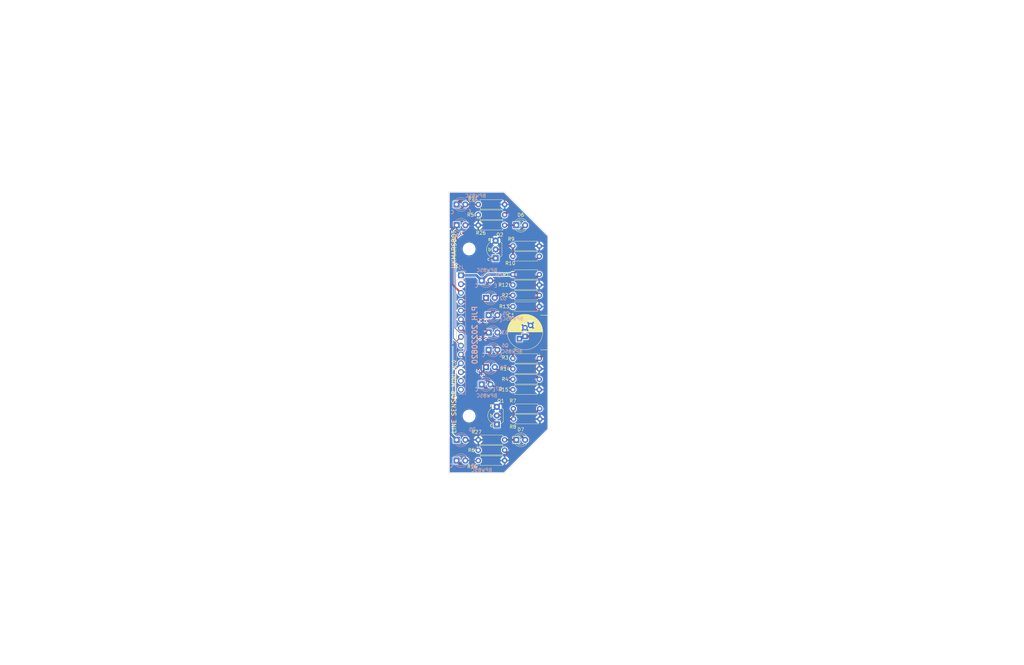
<source format=kicad_pcb>
(kicad_pcb (version 20211014) (generator pcbnew)
  (title_block (title "UKMARSBOT Template") (date "2022-08-19"))
  (layers (0 "F.Cu" signal) (31 "B.Cu" signal) (34 "B.Paste" user) (35 "F.Paste" user) (36 "B.SilkS" user "B.Silkscreen") (37 "F.SilkS" user "F.Silkscreen") (38 "B.Mask" user) (39 "F.Mask" user) (44 "Edge.Cuts" user))
  (net 0 "")
  (net 1 "GND")
  (net 2 "Net-(D1-Pad2)")
  (net 3 "Net-(D2-Pad2)")
  (net 4 "Net-(D3-Pad2)")
  (net 5 "5V")
  (net 6 "D6_LED_RIGHT")
  (net 7 "D12_EMITTERS")
  (net 8 "D11_LED_LEFT")
  (net 9 "A5_LEFT_MARKER")
  (net 10 "A4_LINE_4")
  (net 11 "Net-(Q1-Pad2)")
  (net 12 "/sensor_emitters")
  (net 13 "/marker_emitters")
  (net 15 "A3_LINE_3")
  (net 16 "A2_LINE_2")
  (net 17 "A1_LINE_1")
  (net 18 "A0_START_MARKER")
  (net 19 "Net-(D4-Pad2)")
  (net 21 "/5V_EMITTERS")
  (net 22 "Net-(D5-Pad2)")
  (net 23 "Net-(D6-Pad1)")
  (net 24 "Net-(D7-Pad1)")
  (net 25 "Net-(Q2-Pad2)")
  (footprint "ukmarsbot:TO-92_Inline_Wide_HandSolder" (layer "F.Cu") (at 152.36 131.54 90)
    (fp_text reference "Q1" (at 6.79 1.14 180) (layer "F.SilkS"))
    (fp_text value "BC337")
    (pad "1" thru_hole rect (at 0 0 90) (size 1.8 1.8) (drill 0.8) (layers *.Cu *.Mask) (net 12 "/sensor_emitters"))
    (pad "2" thru_hole circle (at 2.54 0 90) (size 1.8 1.8) (drill 0.8) (layers *.Cu *.Mask) (net 11 "Net-(Q1-Pad2)"))
    (pad "3" thru_hole circle (at 5.08 0 90) (size 1.8 1.8) (drill 0.8) (layers *.Cu *.Mask) (net 1 "GND"))
  )
  (footprint "Resistor_THT:R_Axial_DIN0207_L6.3mm_D2.5mm_P7.62mm_Horizontal" (layer "F.Cu") (at 164.62 112.5 180)
    (fp_text reference "R3" (at 9.87 0.25) (layer "F.SilkS"))
    (fp_text value "68R")
    (pad "1" thru_hole circle (at 0 0 180) (size 1.6 1.6) (drill 0.8) (layers *.Cu *.Mask) (net 21 "/5V_EMITTERS"))
    (pad "2" thru_hole oval (at 7.62 0 180) (size 1.6 1.6) (drill 0.8) (layers *.Cu *.Mask) (net 4 "Net-(D3-Pad2)"))
  )
  (footprint "Resistor_THT:R_Axial_DIN0207_L6.3mm_D2.5mm_P7.62mm_Horizontal" (layer "F.Cu") (at 157 115.5)
    (fp_text reference "R14" (at -2.25 0) (layer "F.SilkS"))
    (fp_text value "2k0")
    (pad "1" thru_hole circle (at 0 0) (size 1.6 1.6) (drill 0.8) (layers *.Cu *.Mask) (net 16 "A2_LINE_2"))
    (pad "2" thru_hole oval (at 7.62 0) (size 1.6 1.6) (drill 0.8) (layers *.Cu *.Mask) (net 1 "GND"))
  )
  (footprint "Resistor_THT:R_Axial_DIN0207_L6.3mm_D2.5mm_P7.62mm_Horizontal" (layer "F.Cu") (at 157 97.5)
    (fp_text reference "R13" (at -2.5 0) (layer "F.SilkS"))
    (fp_text value "2k0")
    (pad "1" thru_hole circle (at 0 0) (size 1.6 1.6) (drill 0.8) (layers *.Cu *.Mask) (net 15 "A3_LINE_3"))
    (pad "2" thru_hole oval (at 7.62 0) (size 1.6 1.6) (drill 0.8) (layers *.Cu *.Mask) (net 1 "GND"))
  )
  (footprint "Resistor_THT:R_Axial_DIN0207_L6.3mm_D2.5mm_P7.62mm_Horizontal" (layer "F.Cu") (at 157 91.25)
    (fp_text reference "R12" (at -2.75 0) (layer "F.SilkS"))
    (fp_text value "2k0")
    (pad "1" thru_hole circle (at 0 0) (size 1.6 1.6) (drill 0.8) (layers *.Cu *.Mask) (net 10 "A4_LINE_4"))
    (pad "2" thru_hole oval (at 7.62 0) (size 1.6 1.6) (drill 0.8) (layers *.Cu *.Mask) (net 1 "GND"))
  )
  (footprint "Resistor_THT:R_Axial_DIN0207_L6.3mm_D2.5mm_P7.62mm_Horizontal" (layer "F.Cu") (at 157 94.25)
    (fp_text reference "R2" (at -2.25 0) (layer "F.SilkS"))
    (fp_text value "68R")
    (pad "1" thru_hole circle (at 0 0) (size 1.6 1.6) (drill 0.8) (layers *.Cu *.Mask) (net 3 "Net-(D2-Pad2)"))
    (pad "2" thru_hole oval (at 7.62 0) (size 1.6 1.6) (drill 0.8) (layers *.Cu *.Mask) (net 21 "/5V_EMITTERS"))
  )
  (footprint "Resistor_THT:R_Axial_DIN0207_L6.3mm_D2.5mm_P7.62mm_Horizontal" (layer "F.Cu") (at 147 142)
    (fp_text reference "R16" (at -1.75 1.75) (layer "F.SilkS"))
    (fp_text value "2k0")
    (pad "1" thru_hole circle (at 0 0) (size 1.6 1.6) (drill 0.8) (layers *.Cu *.Mask) (net 18 "A0_START_MARKER"))
    (pad "2" thru_hole oval (at 7.62 0) (size 1.6 1.6) (drill 0.8) (layers *.Cu *.Mask) (net 1 "GND"))
  )
  (footprint "Resistor_THT:R_Axial_DIN0207_L6.3mm_D2.5mm_P7.62mm_Horizontal" (layer "F.Cu") (at 157 118.5)
    (fp_text reference "R4" (at -2.25 0) (layer "F.SilkS"))
    (fp_text value "68R")
    (pad "1" thru_hole circle (at 0 0) (size 1.6 1.6) (drill 0.8) (layers *.Cu *.Mask) (net 19 "Net-(D4-Pad2)"))
    (pad "2" thru_hole oval (at 7.62 0) (size 1.6 1.6) (drill 0.8) (layers *.Cu *.Mask) (net 21 "/5V_EMITTERS"))
  )
  (footprint "MountingHole:MountingHole_3.2mm_M3" (layer "F.Cu") (at 144.37 129.13)
    (fp_text reference "H1" hide)
    (fp_text value "MountingHole" hide)
    (pad "" np_thru_hole circle (at 0 0) (size 3.2 3.2) (drill 3.2) (layers *.Cu *.Mask))
  )
  (footprint "LED_THT:LED_D3.0mm" (layer "F.Cu") (at 158 136)
    (fp_text reference "D7" (at 1.27 -2.96) (layer "F.SilkS"))
    (fp_text value "LED")
    (pad "1" thru_hole rect (at 0 0) (size 1.8 1.8) (drill 0.9) (layers *.Cu *.Mask) (net 24 "Net-(D7-Pad1)"))
    (pad "2" thru_hole circle (at 2.54 0) (size 1.8 1.8) (drill 0.9) (layers *.Cu *.Mask) (net 6 "D6_LED_RIGHT"))
  )
  (footprint "Resistor_THT:R_Axial_DIN0207_L6.3mm_D2.5mm_P7.62mm_Horizontal" (layer "F.Cu") (at 147 71)
    (fp_text reference "R5" (at -2.25 0 180) (layer "F.SilkS"))
    (fp_text value "68R")
    (pad "1" thru_hole circle (at 0 0) (size 1.6 1.6) (drill 0.8) (layers *.Cu *.Mask) (net 2 "Net-(D1-Pad2)"))
    (pad "2" thru_hole oval (at 7.62 0) (size 1.6 1.6) (drill 0.8) (layers *.Cu *.Mask) (net 5 "5V"))
  )
  (footprint "Resistor_THT:R_Axial_DIN0207_L6.3mm_D2.5mm_P7.62mm_Horizontal" (layer "F.Cu") (at 164.75 127 180)
    (fp_text reference "R7" (at 7.75 2.25) (layer "F.SilkS"))
    (fp_text value "390")
    (pad "1" thru_hole circle (at 0 0 180) (size 1.6 1.6) (drill 0.8) (layers *.Cu *.Mask) (net 7 "D12_EMITTERS"))
    (pad "2" thru_hole oval (at 7.62 0 180) (size 1.6 1.6) (drill 0.8) (layers *.Cu *.Mask) (net 11 "Net-(Q1-Pad2)"))
  )
  (footprint "Resistor_THT:R_Axial_DIN0207_L6.3mm_D2.5mm_P7.62mm_Horizontal" (layer "F.Cu") (at 154.61 136 180)
    (fp_text reference "R27" (at 8.11 2.25) (layer "F.SilkS"))
    (fp_text value "2k0")
    (pad "1" thru_hole circle (at 0 0 180) (size 1.6 1.6) (drill 0.8) (layers *.Cu *.Mask) (net 24 "Net-(D7-Pad1)"))
    (pad "2" thru_hole oval (at 7.62 0 180) (size 1.6 1.6) (drill 0.8) (layers *.Cu *.Mask) (net 1 "GND"))
  )
  (footprint "LED_THT:LED_D3.0mm" (layer "F.Cu") (at 158 74)
    (fp_text reference "D6" (at 1.27 -2.96) (layer "F.SilkS"))
    (fp_text value "LED")
    (pad "1" thru_hole rect (at 0 0) (size 1.8 1.8) (drill 0.9) (layers *.Cu *.Mask) (net 23 "Net-(D6-Pad1)"))
    (pad "2" thru_hole circle (at 2.54 0) (size 1.8 1.8) (drill 0.9) (layers *.Cu *.Mask) (net 8 "D11_LED_LEFT"))
  )
  (footprint "ukmarsbot:TO-92_Inline_Wide_HandSolder" (layer "F.Cu") (at 152 83.54 90)
    (fp_text reference "Q2" (at 6.79 1.25 180) (layer "F.SilkS"))
    (fp_text value "BC337")
    (pad "1" thru_hole rect (at 0 0 90) (size 1.8 1.8) (drill 0.8) (layers *.Cu *.Mask) (net 13 "/marker_emitters"))
    (pad "2" thru_hole circle (at 2.54 0 90) (size 1.8 1.8) (drill 0.8) (layers *.Cu *.Mask) (net 25 "Net-(Q2-Pad2)"))
    (pad "3" thru_hole circle (at 5.08 0 90) (size 1.8 1.8) (drill 0.8) (layers *.Cu *.Mask) (net 1 "GND"))
  )
  (footprint "Resistor_THT:R_Axial_DIN0207_L6.3mm_D2.5mm_P7.62mm_Horizontal" (layer "F.Cu") (at 147 68)
    (fp_text reference "R11" (at -1.5 -1.75) (layer "F.SilkS"))
    (fp_text value "2k0")
    (pad "1" thru_hole circle (at 0 0) (size 1.6 1.6) (drill 0.8) (layers *.Cu *.Mask) (net 9 "A5_LEFT_MARKER"))
    (pad "2" thru_hole oval (at 7.62 0) (size 1.6 1.6) (drill 0.8) (layers *.Cu *.Mask) (net 1 "GND"))
  )
  (footprint "Resistor_THT:R_Axial_DIN0207_L6.3mm_D2.5mm_P7.62mm_Horizontal" (layer "F.Cu") (at 157 121.5)
    (fp_text reference "R15" (at -2.75 0) (layer "F.SilkS"))
    (fp_text value "2k0")
    (pad "1" thru_hole circle (at 0 0) (size 1.6 1.6) (drill 0.8) (layers *.Cu *.Mask) (net 17 "A1_LINE_1"))
    (pad "2" thru_hole oval (at 7.62 0) (size 1.6 1.6) (drill 0.8) (layers *.Cu *.Mask) (net 1 "GND"))
  )
  (footprint "Resistor_THT:R_Axial_DIN0207_L6.3mm_D2.5mm_P7.62mm_Horizontal" (layer "F.Cu") (at 154.62 139 180)
    (fp_text reference "R6" (at 9.62 0) (layer "F.SilkS"))
    (fp_text value "68R")
    (pad "1" thru_hole circle (at 0 0 180) (size 1.6 1.6) (drill 0.8) (layers *.Cu *.Mask) (net 5 "5V"))
    (pad "2" thru_hole oval (at 7.62 0 180) (size 1.6 1.6) (drill 0.8) (layers *.Cu *.Mask) (net 22 "Net-(D5-Pad2)"))
  )
  (footprint "MountingHole:MountingHole_3.2mm_M3" (layer "F.Cu") (at 144.37 80.87)
    (fp_text reference "H2" hide)
    (fp_text value "MountingHole" hide)
    (pad "" np_thru_hole circle (at 0 0) (size 3.2 3.2) (drill 3.2) (layers *.Cu *.Mask))
  )
  (footprint "Resistor_THT:R_Axial_DIN0207_L6.3mm_D2.5mm_P7.62mm_Horizontal" (layer "F.Cu") (at 164.62 83 180)
    (fp_text reference "R9" (at 8.12 5) (layer "F.SilkS"))
    (fp_text value "390")
    (pad "1" thru_hole circle (at 0 0 180) (size 1.6 1.6) (drill 0.8) (layers *.Cu *.Mask) (net 7 "D12_EMITTERS"))
    (pad "2" thru_hole oval (at 7.62 0 180) (size 1.6 1.6) (drill 0.8) (layers *.Cu *.Mask) (net 25 "Net-(Q2-Pad2)"))
  )
  (footprint "Resistor_THT:R_Axial_DIN0207_L6.3mm_D2.5mm_P7.62mm_Horizontal" (layer "F.Cu") (at 157 80)
    (fp_text reference "R10" (at -0.75 5) (layer "F.SilkS"))
    (fp_text value "10k")
    (pad "1" thru_hole circle (at 0 0) (size 1.6 1.6) (drill 0.8) (layers *.Cu *.Mask) (net 25 "Net-(Q2-Pad2)"))
    (pad "2" thru_hole oval (at 7.62 0) (size 1.6 1.6) (drill 0.8) (layers *.Cu *.Mask) (net 1 "GND"))
  )
  (footprint "Capacitor_THT:CP_Radial_D10.0mm_P2.50mm_P5.00mm" (layer "F.Cu") (at 160.5 106.117677 90)
    (fp_text reference "C1" (at 6.117677 -4 180) (layer "F.SilkS"))
    (fp_text value "470uF")
    (pad "1" thru_hole rect (at -0.670937 -1.6 90) (size 1.6 1.6) (drill 0.8) (layers *.Cu *.Mask) (net 21 "/5V_EMITTERS"))
    (pad "1" thru_hole rect (at 0 0 90) (size 1.6 1.6) (drill 0.8) (layers *.Cu *.Mask) (net 21 "/5V_EMITTERS"))
    (pad "2" thru_hole circle (at 2.5 0 90) (size 1.6 1.6) (drill 0.8) (layers *.Cu *.Mask) (net 1 "GND"))
    (pad "2" thru_hole circle (at 3.170937 1.6 90) (size 1.6 1.6) (drill 0.8) (layers *.Cu *.Mask) (net 1 "GND"))
  )
  (footprint "Resistor_THT:R_Axial_DIN0207_L6.3mm_D2.5mm_P7.62mm_Horizontal" (layer "F.Cu") (at 157.19 130)
    (fp_text reference "R8" (at -0.19 2.25) (layer "F.SilkS"))
    (fp_text value "10k")
    (pad "1" thru_hole circle (at 0 0) (size 1.6 1.6) (drill 0.8) (layers *.Cu *.Mask) (net 11 "Net-(Q1-Pad2)"))
    (pad "2" thru_hole oval (at 7.62 0) (size 1.6 1.6) (drill 0.8) (layers *.Cu *.Mask) (net 1 "GND"))
  )
  (footprint "Resistor_THT:R_Axial_DIN0207_L6.3mm_D2.5mm_P7.62mm_Horizontal" (layer "F.Cu") (at 154.61 74 180)
    (fp_text reference "R26" (at 6.86 -2.25) (layer "F.SilkS"))
    (fp_text value "2k0")
    (pad "1" thru_hole circle (at 0 0 180) (size 1.6 1.6) (drill 0.8) (layers *.Cu *.Mask) (net 23 "Net-(D6-Pad1)"))
    (pad "2" thru_hole oval (at 7.62 0 180) (size 1.6 1.6) (drill 0.8) (layers *.Cu *.Mask) (net 1 "GND"))
  )
  (footprint "Resistor_THT:R_Axial_DIN0207_L6.3mm_D2.5mm_P7.62mm_Horizontal" (layer "F.Cu") (at 164.62 88.25 180)
    (fp_text reference "R1" (at 9.62 0) (layer "F.SilkS"))
    (fp_text value "33R")
    (pad "1" thru_hole circle (at 0 0 180) (size 1.6 1.6) (drill 0.8) (layers *.Cu *.Mask) (net 21 "/5V_EMITTERS"))
    (pad "2" thru_hole oval (at 7.62 0 180) (size 1.6 1.6) (drill 0.8) (layers *.Cu *.Mask) (net 5 "5V"))
  )
  (footprint "LED_THT:LED_D3.0mm" (layer "B.Cu") (at 140.75 74)
    (fp_text reference "D1" (at -0.25 2.96) (layer "B.SilkS") (effects (justify mirror)))
    (fp_text value "LED")
    (pad "1" thru_hole rect (at 0 0) (size 1.8 1.8) (drill 0.9) (layers *.Cu *.Mask) (net 13 "/marker_emitters"))
    (pad "2" thru_hole circle (at 2.54 0) (size 1.8 1.8) (drill 0.9) (layers *.Cu *.Mask) (net 2 "Net-(D1-Pad2)"))
  )
  (footprint "LED_THT:LED_D3.0mm" (layer "B.Cu") (at 149.225 115)
    (fp_text reference "D4" (at 5.025 0) (layer "B.SilkS") (effects (justify mirror)))
    (fp_text value "LED")
    (pad "1" thru_hole rect (at 0 0) (size 1.8 1.8) (drill 0.9) (layers *.Cu *.Mask) (net 12 "/sensor_emitters"))
    (pad "2" thru_hole circle (at 2.54 0) (size 1.8 1.8) (drill 0.9) (layers *.Cu *.Mask) (net 19 "Net-(D4-Pad2)"))
  )
  (footprint "ukmarsbot:Phototransistor_3mm_Vertical_Clear" (layer "B.Cu") (at 149.25 120)
    (fp_text reference "Q7" (at 3.75 1.25 180) (layer "B.SilkS") (effects (justify mirror)))
    (fp_text value "BPW85C" (at 0.25 3.25 180) (layer "B.SilkS") (effects (justify mirror)))
    (fp_text user "E" (at 2.23 1.5 unlocked) (layer "B.SilkS") (effects (justify mirror)))
    (fp_text user "C" (at -2.77 1.5 unlocked) (layer "B.SilkS") (effects (justify mirror)))
    (pad "1" thru_hole rect (at -1.27 0) (size 1.8 1.8) (drill 0.9) (layers *.Cu *.Mask) (net 5 "5V"))
    (pad "2" thru_hole circle (at 1.27 0) (size 1.8 1.8) (drill 0.9) (layers *.Cu *.Mask) (net 17 "A1_LINE_1"))
  )
  (footprint "ukmarsbot:Phototransistor_3mm_Vertical_Clear" (layer "B.Cu") (at 151.25 100)
    (fp_text reference "Q5" (at 3.75 -0.5 180) (layer "B.SilkS") (effects (justify mirror)))
    (fp_text value "BPW85C" (at 5.75 1 180) (layer "B.SilkS") (effects (justify mirror)))
    (fp_text user "C" (at -2.77 1.5 unlocked) (layer "B.SilkS") (effects (justify mirror)))
    (fp_text user "E" (at 2.23 1.5 unlocked) (layer "B.SilkS") (effects (justify mirror)))
    (pad "1" thru_hole rect (at -1.27 0) (size 1.8 1.8) (drill 0.9) (layers *.Cu *.Mask) (net 5 "5V"))
    (pad "2" thru_hole circle (at 1.27 0) (size 1.8 1.8) (drill 0.9) (layers *.Cu *.Mask) (net 15 "A3_LINE_3"))
  )
  (footprint "ukmarsbot:Phototransistor_3mm_Vertical_Clear" (layer "B.Cu") (at 149.25 90)
    (fp_text reference "Q4" (at 3.5 -1.5 180) (layer "B.SilkS") (effects (justify mirror)))
    (fp_text value "BPW85C" (at 0.25 -3 180) (layer "B.SilkS") (effects (justify mirror)))
    (fp_text user "C" (at -2.75 1.5 unlocked) (layer "B.SilkS") (effects (justify mirror)))
    (fp_text user "E" (at 2.75 1.5 unlocked) (layer "B.SilkS") (effects (justify mirror)))
    (pad "1" thru_hole rect (at -1.27 0) (size 1.8 1.8) (drill 0.9) (layers *.Cu *.Mask) (net 5 "5V"))
    (pad "2" thru_hole circle (at 1.27 0) (size 1.8 1.8) (drill 0.9) (layers *.Cu *.Mask) (net 10 "A4_LINE_4"))
  )
  (footprint "LED_THT:LED_D3.0mm" (layer "B.Cu") (at 150 105)
    (fp_text reference "D3" (at 4.775 0) (layer "B.SilkS") (effects (justify mirror)))
    (fp_text value "LED")
    (pad "1" thru_hole rect (at 0 0) (size 1.8 1.8) (drill 0.9) (layers *.Cu *.Mask) (net 12 "/sensor_emitters"))
    (pad "2" thru_hole circle (at 2.54 0) (size 1.8 1.8) (drill 0.9) (layers *.Cu *.Mask) (net 4 "Net-(D3-Pad2)"))
  )
  (footprint "ukmarsbot:Phototransistor_3mm_Vertical_Clear" (layer "B.Cu") (at 142 142)
    (fp_text reference "Q8" (at 4 1.5 180) (layer "B.SilkS") (effects (justify mirror)))
    (fp_text value "BPW85C" (at 6 2.75 180) (layer "B.SilkS") (effects (justify mirror)))
    (fp_text user "E" (at 2.23 1.5 unlocked) (layer "B.SilkS") (effects (justify mirror)))
    (fp_text user "C" (at -2.77 1.5 unlocked) (layer "B.SilkS") (effects (justify mirror)))
    (pad "1" thru_hole rect (at -1.27 0) (size 1.8 1.8) (drill 0.9) (layers *.Cu *.Mask) (net 5 "5V"))
    (pad "2" thru_hole circle (at 1.27 0) (size 1.8 1.8) (drill 0.9) (layers *.Cu *.Mask) (net 18 "A0_START_MARKER"))
  )
  (footprint "LED_THT:LED_D3.0mm" (layer "B.Cu") (at 140.75 136)
    (fp_text reference "D5" (at 4.5 -3) (layer "B.SilkS") (effects (justify mirror)))
    (fp_text value "LED")
    (pad "1" thru_hole rect (at 0 0) (size 1.8 1.8) (drill 0.9) (layers *.Cu *.Mask) (net 13 "/marker_emitters"))
    (pad "2" thru_hole circle (at 2.54 0) (size 1.8 1.8) (drill 0.9) (layers *.Cu *.Mask) (net 22 "Net-(D5-Pad2)"))
  )
  (footprint "ukmarsbot:PinHeader_1x14_P2.54mm_Vertical" (layer "B.Cu") (at 142 88.49 180)
    (fp_text reference "J1" (at 0 2.33) (layer "B.SilkS") (effects (justify mirror)))
    (fp_text value "SENSORS")
    (pad "1" thru_hole rect (at 0 0 180) (size 1.7 1.7) (drill 1) (layers *.Cu *.Mask) (net 5 "5V"))
    (pad "2" thru_hole oval (at 0 -2.54 180) (size 1.7 1.7) (drill 1) (layers *.Cu *.Mask) (net 1 "GND"))
    (pad "3" thru_hole oval (at 0 -5.08 180) (size 1.7 1.7) (drill 1) (layers *.Cu *.Mask) (net 9 "A5_LEFT_MARKER"))
    (pad "4" thru_hole oval (at 0 -7.62 180) (size 1.7 1.7) (drill 1) (layers *.Cu *.Mask) (net 10 "A4_LINE_4"))
    (pad "5" thru_hole oval (at 0 -10.16 180) (size 1.7 1.7) (drill 1) (layers *.Cu *.Mask) (net 15 "A3_LINE_3"))
    (pad "6" thru_hole oval (at 0 -12.7 180) (size 1.7 1.7) (drill 1) (layers *.Cu *.Mask) (net 16 "A2_LINE_2"))
    (pad "7" thru_hole oval (at 0 -15.24 180) (size 1.7 1.7) (drill 1) (layers *.Cu *.Mask) (net 17 "A1_LINE_1"))
    (pad "8" thru_hole oval (at 0 -17.78 180) (size 1.7 1.7) (drill 1) (layers *.Cu *.Mask) (net 18 "A0_START_MARKER"))
    (pad "9" thru_hole oval (at 0 -20.32 180) (size 1.7 1.7) (drill 1) (layers *.Cu *.Mask) (net 8 "D11_LED_LEFT"))
    (pad "10" thru_hole oval (at 0 -22.86 180) (size 1.7 1.7) (drill 1) (layers *.Cu *.Mask) (net 7 "D12_EMITTERS"))
    (pad "11" thru_hole oval (at 0 -25.4 180) (size 1.7 1.7) (drill 1) (layers *.Cu *.Mask) (net 6 "D6_LED_RIGHT"))
    (pad "12" thru_hole oval (at 0 -27.94 180) (size 1.7 1.7) (drill 1) (layers *.Cu *.Mask) (net 1 "GND"))
    (pad "13" thru_hole oval (at 0 -30.48 180) (size 1.7 1.7) (drill 1) (layers *.Cu *.Mask))
    (pad "14" thru_hole oval (at 0 -33.02 180) (size 1.7 1.7) (drill 1) (layers *.Cu *.Mask))
  )
  (footprint "ukmarsbot:Phototransistor_3mm_Vertical_Clear" (layer "B.Cu") (at 142 68)
    (fp_text reference "Q3" (at 3.25 -1.25 180) (layer "B.SilkS") (effects (justify mirror)))
    (fp_text value "BPW85C" (at 4.25 -2.5 180) (layer "B.SilkS") (effects (justify mirror)))
    (fp_text user "E" (at 2.5 2 unlocked) (layer "B.SilkS") (effects (justify mirror)))
    (fp_text user "C" (at -2.5 2.25 unlocked) (layer "B.SilkS") (effects (justify mirror)))
    (pad "1" thru_hole rect (at -1.27 0) (size 1.8 1.8) (drill 0.9) (layers *.Cu *.Mask) (net 5 "5V"))
    (pad "2" thru_hole circle (at 1.27 0) (size 1.8 1.8) (drill 0.9) (layers *.Cu *.Mask) (net 9 "A5_LEFT_MARKER"))
  )
  (footprint "LED_THT:LED_D3.0mm" (layer "B.Cu") (at 149.225 95)
    (fp_text reference "D2" (at 4.95 0.17) (layer "B.SilkS") (effects (justify mirror)))
    (fp_text value "LED")
    (pad "1" thru_hole rect (at 0 0) (size 1.8 1.8) (drill 0.9) (layers *.Cu *.Mask) (net 12 "/sensor_emitters"))
    (pad "2" thru_hole circle (at 2.54 0) (size 1.8 1.8) (drill 0.9) (layers *.Cu *.Mask) (net 3 "Net-(D2-Pad2)"))
  )
  (footprint "ukmarsbot:Phototransistor_3mm_Vertical_Clear" (layer "B.Cu") (at 151.25 110)
    (fp_text reference "Q6" (at 3.5 -1.25 180) (layer "B.SilkS") (effects (justify mirror)))
    (fp_text value "BPW85C" (at 5.5 0.5 180) (layer "B.SilkS") (effects (justify mirror)))
    (fp_text user "C" (at -2.77 1.5 unlocked) (layer "B.SilkS") (effects (justify mirror)))
    (fp_text user "E" (at 2.23 1.5 unlocked) (layer "B.SilkS") (effects (justify mirror)))
    (pad "1" thru_hole rect (at -1.27 0) (size 1.8 1.8) (drill 0.9) (layers *.Cu *.Mask) (net 5 "5V"))
    (pad "2" thru_hole circle (at 1.27 0) (size 1.8 1.8) (drill 0.9) (layers *.Cu *.Mask) (net 16 "A2_LINE_2"))
  )
  (gr_line (start 167 100) (end 165 100) (layer "F.SilkS") (width 0.15))
  (gr_line (start 167 110) (end 165 110) (layer "F.SilkS") (width 0.15))
  (gr_line (start 154.53 64.36) (end 167.23 77.06) (layer "Edge.Cuts") (width 0.1))
  (gr_line (start 167.23 132.94) (end 154.53 145.64) (layer "Edge.Cuts") (width 0.1))
  (gr_line (start 167.23 77.06) (end 167.23 132.94) (layer "Edge.Cuts") (width 0.1))
  (gr_line (start 154.53 145.64) (end 138.528 145.64) (layer "Edge.Cuts") (width 0.1))
  (gr_line (start 138.528 64.36) (end 154.53 64.36) (layer "Edge.Cuts") (width 0.1))
  (gr_line (start 138.528 145.64) (end 138.528 64.36) (layer "Edge.Cuts") (width 0.1))
  (gr_text "PJH 20220820" (at 146 105.75 90) (layer "B.SilkS") (effects (font (size 1.5 1.5) (thickness 0.3)) (justify mirror)))
  (gr_text "LINE SENSOR MINI" (at 140 125.5 90) (layer "F.SilkS") (effects (font (size 1.25 1.25) (thickness 0.2))))
  (gr_text "c" (at 150 83.75) (layer "F.SilkS") (effects (font (size 1 1))))
  (gr_text "c" (at 150.75 131.75) (layer "F.SilkS") (effects (font (size 1 1))))
  (gr_text "e" (at 150.75 126) (layer "F.SilkS") (effects (font (size 1 1))))
  (gr_text "V1.0" (at 140 114.5 90) (layer "F.SilkS") (effects (font (size 1 1))))
  (gr_text "UKMARSBOT" (at 140 81 90) (layer "F.SilkS") (effects (font (size 1.25 1.25) (thickness 0.2))))
  (gr_text "e" (at 150.25 78) (layer "F.SilkS") (effects (font (size 1 1))))
  (gr_text "b" (at 150.75 129) (layer "F.SilkS") (effects (font (size 1 1))))
  (gr_text "b" (at 150.25 81) (layer "F.SilkS") (effects (font (size 1 1))))
  (segment (start 143.29 74) (end 144 74) (width 0.5) (layer "F.Cu") (net 2))
  (segment (start 144 74) (end 147 71) (width 0.5) (layer "F.Cu") (net 2))
  (segment (start 152.515 94.25) (end 157 94.25) (width 0.5) (layer "F.Cu") (net 3))
  (segment (start 151.765 95) (end 152.515 94.25) (width 0.5) (layer "F.Cu") (net 3))
  (segment (start 152.54 105) (end 157 109.46) (width 0.5) (layer "F.Cu") (net 4))
  (segment (start 157 109.46) (end 157 112.5) (width 0.5) (layer "F.Cu") (net 4))
  (segment (start 150 110.7) (end 156.3 117) (width 0.5) (layer "F.Cu") (net 5))
  (segment (start 164.408202 120.055969) (end 166.444031 120.055969) (width 0.5) (layer "F.Cu") (net 5))
  (segment (start 157.187638 68.562362) (end 153.875276 65.25) (width 0.75) (layer "F.Cu") (net 5))
  (segment (start 166.444031 86.444031) (end 166.444031 77.818756) (width 0.75) (layer "F.Cu") (net 5))
  (segment (start 154.01548 144.75) (end 143.5 144.75) (width 0.75) (layer "F.Cu") (net 5))
  (segment (start 150 110) (end 150 110.7) (width 0.5) (layer "F.Cu") (net 5))
  (segment (start 166.444031 77.818756) (end 157.187638 68.562362) (width 0.75) (layer "F.Cu") (net 5))
  (segment (start 150 100) (end 154.1 95.9) (width 0.5) (layer "F.Cu") (net 5))
  (segment (start 166.444031 86.444031) (end 166.444031 119.805969) (width 0.75) (layer "F.Cu") (net 5))
  (segment (start 151.169031 123.194031) (end 166.444031 123.194031) (width 0.5) (layer "F.Cu") (net 5))
  (segment (start 156.3 117) (end 161.352233 117) (width 0.5) (layer "F.Cu") (net 5))
  (segment (start 154.1 95.9) (end 158 95.9) (width 0.5) (layer "F.Cu") (net 5))
  (segment (start 166.444031 119.805969) (end 166.444031 120.055969) (width 0.75) (layer "F.Cu") (net 5))
  (segment (start 166.444031 132.321449) (end 157.25774 141.50774) (width 0.75) (layer "F.Cu") (net 5))
  (segment (start 166.444031 123.194031) (end 166.444031 132.321449) (width 0.75) (layer "F.Cu") (net 5))
  (segment (start 157 88.25) (end 158.805969 86.444031) (width 0.5) (layer "F.Cu") (net 5))
  (segment (start 158.805969 86.444031) (end 166.444031 86.444031) (width 0.5) (layer "F.Cu") (net 5))
  (segment (start 147.975 120) (end 151.169031 123.194031) (width 0.5) (layer "F.Cu") (net 5))
  (segment (start 166.444031 120.055969) (end 166.444031 123.194031) (width 0.75) (layer "F.Cu") (net 5))
  (segment (start 143.5 144.75) (end 140.75 142) (width 0.75) (layer "F.Cu") (net 5))
  (segment (start 153.875276 65.25) (end 143.5 65.25) (width 0.75) (layer "F.Cu") (net 5))
  (segment (start 158.9 90.15) (end 157 88.25) (width 0.5) (layer "F.Cu") (net 5))
  (segment (start 154.62 71) (end 157.057638 68.562362) (width 0.75) (layer "F.Cu") (net 5))
  (segment (start 158.9 95) (end 158.9 90.15) (width 0.5) (layer "F.Cu") (net 5))
  (segment (start 158 95.9) (end 158.9 95) (width 0.5) (layer "F.Cu") (net 5))
  (segment (start 157.12774 141.50774) (end 157.25774 141.50774) (width 0.75) (layer "F.Cu") (net 5))
  (segment (start 157.25774 141.50774) (end 154.01548 144.75) (width 0.75) (layer "F.Cu") (net 5))
  (segment (start 143.5 65.25) (end 140.75 68) (width 0.75) (layer "F.Cu") (net 5))
  (segment (start 154.62 139) (end 157.12774 141.50774) (width 0.75) (layer "F.Cu") (net 5))
  (segment (start 157.057638 68.562362) (end 157.187638 68.562362) (width 0.75) (layer "F.Cu") (net 5))
  (segment (start 161.352233 117) (end 164.408202 120.055969) (width 0.5) (layer "F.Cu") (net 5))
  (segment (start 147.975 90) (end 149.725 88.25) (width 0.75) (layer "B.Cu") (net 5))
  (segment (start 149.725 88.25) (end 157 88.25) (width 0.75) (layer "B.Cu") (net 5))
  (segment (start 146.465 88.49) (end 147.975 90) (width 0.75) (layer "B.Cu") (net 5))
  (segment (start 142 88.49) (end 146.465 88.49) (width 0.75) (layer "B.Cu") (net 5))
  (segment (start 143.410756 134.65) (end 159.19 134.65) (width 0.5) (layer "F.Cu") (net 6))
  (segment (start 139.800499 131.039743) (end 143.410756 134.65) (width 0.5) (layer "F.Cu") (net 6))
  (segment (start 140.25 123.75) (end 139.800499 124.199501) (width 0.5) (layer "F.Cu") (net 6))
  (segment (start 139.800499 124.199501) (end 139.800499 131.039743) (width 0.5) (layer "F.Cu") (net 6))
  (segment (start 159.19 134.65) (end 160.54 136) (width 0.5) (layer "F.Cu") (net 6))
  (via (at 140.25 123.75) (size 0.8) (drill 0.4) (layers "F.Cu" "B.Cu") (net 6))
  (segment (start 140 123.5) (end 140.25 123.75) (width 0.5) (layer "B.Cu") (net 6))
  (segment (start 140 115.89) (end 140 123.5) (width 0.5) (layer "B.Cu") (net 6))
  (segment (start 142 113.89) (end 140 115.89) (width 0.5) (layer "B.Cu") (net 6))
  (segment (start 164.75 127) (end 158 133.75) (width 0.5) (layer "F.Cu") (net 7))
  (segment (start 161.92 85.7) (end 164.62 83) (width 0.5) (layer "F.Cu") (net 7))
  (segment (start 140.5 126) (end 143.75 122.75) (width 0.5) (layer "F.Cu") (net 7))
  (segment (start 143.75 122.75) (end 143.75 113.1) (width 0.5) (layer "F.Cu") (net 7))
  (segment (start 140.5 130.75) (end 140.5 126) (width 0.5) (layer "F.Cu") (net 7))
  (segment (start 158 133.75) (end 143.5 133.75) (width 0.5) (layer "F.Cu") (net 7))
  (segment (start 143.75 113.1) (end 142 111.35) (width 0.5) (layer "F.Cu") (net 7))
  (segment (start 140.7 85.7) (end 161.92 85.7) (width 0.5) (layer "F.Cu") (net 7))
  (segment (start 143.5 133.75) (end 140.5 130.75) (width 0.5) (layer "F.Cu") (net 7))
  (via (at 140.7 85.7) (size 0.8) (drill 0.4) (layers "F.Cu" "B.Cu") (net 7))
  (segment (start 141.504511 104.904511) (end 140.302002 103.702002) (width 0.25) (layer "B.Cu") (net 7))
  (segment (start 140.302002 103.702002) (end 140.302002 86.097998) (width 0.25) (layer "B.Cu") (net 7))
  (segment (start 143.174511 110.175489) (end 143.174511 105.592523) (width 0.25) (layer "B.Cu") (net 7))
  (segment (start 143.174511 105.592523) (end 142.486499 104.904511) (width 0.25) (layer "B.Cu") (net 7))
  (segment (start 140.302002 86.097998) (end 140.7 85.7) (width 0.25) (layer "B.Cu") (net 7))
  (segment (start 142 111.35) (end 143.174511 110.175489) (width 0.25) (layer "B.Cu") (net 7))
  (segment (start 142.486499 104.904511) (end 141.504511 104.904511) (width 0.25) (layer "B.Cu") (net 7))
  (segment (start 160.54 74) (end 158.24 76.3) (width 0.5) (layer "F.Cu") (net 8))
  (segment (start 158.24 76.3) (end 142.2 76.3) (width 0.5) (layer "F.Cu") (net 8))
  (via (at 142.2 76.3) (size 0.8) (drill 0.4) (layers "F.Cu" "B.Cu") (net 8))
  (segment (start 139.852501 78.647499) (end 142.2 76.3) (width 0.25) (layer "B.Cu") (net 8))
  (segment (start 142 108.81) (end 139.852501 106.662501) (width 0.25) (layer "B.Cu") (net 8))
  (segment (start 139.852501 106.662501) (end 139.852501 78.647499) (width 0.25) (layer "B.Cu") (net 8))
  (segment (start 143.29 68) (end 139.4 71.89) (width 0.5) (layer "F.Cu") (net 9))
  (segment (start 143.29 68) (end 147 68) (width 0.5) (layer "F.Cu") (net 9))
  (segment (start 139.4 71.89) (end 139.4 90.97) (width 0.5) (layer "F.Cu") (net 9))
  (segment (start 139.4 90.97) (end 142 93.57) (width 0.5) (layer "F.Cu") (net 9))
  (segment (start 142 96.11) (end 144.405 96.11) (width 0.5) (layer "F.Cu") (net 10))
  (segment (start 144.405 96.11) (end 150.515 90) (width 0.5) (layer "F.Cu") (net 10))
  (segment (start 150.515 90) (end 155.75 90) (width 0.5) (layer "F.Cu") (net 10))
  (segment (start 155.75 90) (end 157 91.25) (width 0.5) (layer "F.Cu") (net 10))
  (segment (start 157.13 129.94) (end 157.19 130) (width 0.5) (layer "F.Cu") (net 11))
  (segment (start 157.13 127) (end 157.13 129.94) (width 0.5) (layer "F.Cu") (net 11))
  (segment (start 152.36 129) (end 154 129) (width 0.5) (layer "F.Cu") (net 11))
  (segment (start 154 129) (end 155 130) (width 0.5) (layer "F.Cu") (net 11))
  (segment (start 155 130) (end 157.19 130) (width 0.5) (layer "F.Cu") (net 11))
  (segment (start 149.225 115.275) (end 146 118.5) (width 0.5) (layer "F.Cu") (net 12))
  (segment (start 148.3495 114.1245) (end 149.225 115) (width 0.5) (layer "F.Cu") (net 12))
  (segment (start 148.3 95.925) (end 148.3 103.3) (width 0.5) (layer "F.Cu") (net 12))
  (segment (start 149.225 115) (end 149.225 115.275) (width 0.5) (layer "F.Cu") (net 12))
  (segment (start 149.225 95) (end 148.3 95.925) (width 0.5) (layer "F.Cu") (net 12))
  (segment (start 146 118.5) (end 146 125.18) (width 0.5) (layer "F.Cu") (net 12))
  (segment (start 150 105) (end 149.2 105) (width 0.5) (layer "F.Cu") (net 12))
  (segment (start 148.3495 105.8505) (end 148.3495 114.1245) (width 0.5) (layer "F.Cu") (net 12))
  (segment (start 149.2 105) (end 148.3495 105.8505) (width 0.5) (layer "F.Cu") (net 12))
  (segment (start 148.3 103.3) (end 150 105) (width 0.5) (layer "F.Cu") (net 12))
  (segment (start 146 125.18) (end 152.36 131.54) (width 0.5) (layer "F.Cu") (net 12))
  (segment (start 140.75 83) (end 142 84.25) (width 0.5) (layer "F.Cu") (net 13))
  (segment (start 149.25 84.25) (end 149.96 83.54) (width 0.5) (layer "F.Cu") (net 13))
  (segment (start 140.75 74) (end 140.75 83) (width 0.5) (layer "F.Cu") (net 13))
  (segment (start 142 84.25) (end 149.25 84.25) (width 0.5) (layer "F.Cu") (net 13))
  (segment (start 149.96 83.54) (end 152 83.54) (width 0.5) (layer "F.Cu") (net 13))
  (segment (start 140.75 74) (end 139.153 75.597) (width 0.75) (layer "B.Cu") (net 13))
  (segment (start 139.153 75.597) (end 139.153 134.403) (width 0.75) (layer "B.Cu") (net 13))
  (segment (start 139.153 134.403) (end 140.75 136) (width 0.75) (layer "B.Cu") (net 13))
  (segment (start 142 98.65) (end 144.4005 98.65) (width 0.5) (layer "F.Cu") (net 15))
  (segment (start 155.04 97.5) (end 152.54 100) (width 0.5) (layer "F.Cu") (net 15))
  (segment (start 144.4005 98.65) (end 147.4505 101.7) (width 0.5) (layer "F.Cu") (net 15))
  (segment (start 149.4 101.7) (end 150.84 101.7) (width 0.5) (layer "F.Cu") (net 15))
  (segment (start 150.84 101.7) (end 152.54 100) (width 0.5) (layer "F.Cu") (net 15))
  (segment (start 157 97.5) (end 155.04 97.5) (width 0.5) (layer "F.Cu") (net 15))
  (via (at 147.4505 101.7) (size 0.8) (drill 0.4) (layers "F.Cu" "B.Cu") (net 15))
  (via (at 149.4 101.7) (size 0.8) (drill 0.4) (layers "F.Cu" "B.Cu") (net 15))
  (segment (start 149.4 101.7) (end 147.4505 101.7) (width 0.5) (layer "B.Cu") (net 15))
  (segment (start 149.22 106.68) (end 152.54 110) (width 0.5) (layer "F.Cu") (net 16))
  (segment (start 152.54 111.04) (end 157 115.5) (width 0.5) (layer "F.Cu") (net 16))
  (segment (start 152.54 110) (end 152.54 111.04) (width 0.5) (layer "F.Cu") (net 16))
  (segment (start 142 101.19) (end 147.5 106.69) (width 0.5) (layer "F.Cu") (net 16))
  (segment (start 147.5 106.69) (end 147.5 106.7) (width 0.5) (layer "F.Cu") (net 16))
  (via (at 147.5 106.7) (size 0.8) (drill 0.4) (layers "F.Cu" "B.Cu") (net 16))
  (via (at 149.22 106.68) (size 0.8) (drill 0.4) (layers "F.Cu" "B.Cu") (net 16))
  (segment (start 147.52 106.68) (end 147.5 106.7) (width 0.5) (layer "B.Cu") (net 16))
  (segment (start 149.22 106.68) (end 147.52 106.68) (width 0.5) (layer "B.Cu") (net 16))
  (segment (start 142 103.73) (end 146.974312 108.704312) (width 0.5) (layer "F.Cu") (net 17))
  (segment (start 152.4 121.5) (end 148.300688 117.400688) (width 0.5) (layer "F.Cu") (net 17))
  (segment (start 146.974312 108.704312) (end 146.974312 116.074312) (width 0.5) (layer "F.Cu") (net 17))
  (segment (start 157 121.5) (end 152.4 121.5) (width 0.5) (layer "F.Cu") (net 17))
  (via (at 148.300688 117.400688) (size 0.8) (drill 0.4) (layers "F.Cu" "B.Cu") (net 17))
  (via (at 146.974312 116.074312) (size 0.8) (drill 0.4) (layers "F.Cu" "B.Cu") (net 17))
  (segment (start 146.974312 116.074312) (end 148.300688 117.400688) (width 0.5) (layer "B.Cu") (net 17))
  (segment (start 143.27 142) (end 143.25 141.98) (width 0.25) (layer "F.Cu") (net 18))
  (segment (start 143.25 141.98) (end 143.25 140.5) (width 0.25) (layer "F.Cu") (net 18))
  (segment (start 139 136.7) (end 139 109.27) (width 0.25) (layer "F.Cu") (net 18))
  (segment (start 143.25 140.5) (end 142.8 140.5) (width 0.25) (layer "F.Cu") (net 18))
  (segment (start 139 109.27) (end 142 106.27) (width 0.25) (layer "F.Cu") (net 18))
  (segment (start 147 142) (end 143.27 142) (width 0.25) (layer "F.Cu") (net 18))
  (segment (start 142.8 140.5) (end 139 136.7) (width 0.25) (layer "F.Cu") (net 18))
  (segment (start 155.265 118.5) (end 157 118.5) (width 0.5) (layer "F.Cu") (net 19))
  (segment (start 151.765 115) (end 155.265 118.5) (width 0.5) (layer "F.Cu") (net 19))
  (segment (start 163.245489 113.874511) (end 163.245489 117.125489) (width 0.75) (layer "F.Cu") (net 21))
  (segment (start 163.245489 95.624511) (end 164.62 94.25) (width 0.75) (layer "F.Cu") (net 21))
  (segment (start 164.62 112.5) (end 165.419999 111.700001) (width 0.75) (layer "F.Cu") (net 21))
  (segment (start 163.245489 92.875489) (end 163.245489 89.624511) (width 0.75) (layer "F.Cu") (net 21))
  (segment (start 165.419999 111.700001) (end 165.419999 106.169999) (width 0.75) (layer "F.Cu") (net 21))
  (segment (start 163.245489 89.624511) (end 164.62 88.25) (width 0.75) (layer "F.Cu") (net 21))
  (segment (start 164.62 112.5) (end 163.245489 113.874511) (width 0.75) (layer "F.Cu") (net 21))
  (segment (start 163.245489 98.069342) (end 163.245489 95.624511) (width 0.75) (layer "F.Cu") (net 21))
  (segment (start 165.367677 106.117677) (end 165.419999 106.169999) (width 0.75) (layer "F.Cu") (net 21))
  (segment (start 165.419999 100.243852) (end 163.245489 98.069342) (width 0.75) (layer "F.Cu") (net 21))
  (segment (start 160.5 106.117677) (end 165.367677 106.117677) (width 0.75) (layer "F.Cu") (net 21))
  (segment (start 164.62 94.25) (end 163.245489 92.875489) (width 0.75) (layer "F.Cu") (net 21))
  (segment (start 165.419999 106.169999) (end 165.419999 100.243852) (width 0.75) (layer "F.Cu") (net 21))
  (segment (start 163.245489 117.125489) (end 164.62 118.5) (width 0.75) (layer "F.Cu") (net 21))
  (segment (start 144 136) (end 147 139) (width 0.5) (layer "F.Cu") (net 22))
  (segment (start 143.29 136) (end 144 136) (width 0.5) (layer "F.Cu") (net 22))
  (segment (start 154.62 74) (end 158 74) (width 0.5) (layer "F.Cu") (net 23))
  (segment (start 158 136) (end 154.62 136) (width 0.5) (layer "F.Cu") (net 24))
  (segment (start 157 80) (end 155.75 80) (width 0.5) (layer "F.Cu") (net 25))
  (segment (start 157 83) (end 157 80) (width 0.5) (layer "F.Cu") (net 25))
  (segment (start 155.75 80) (end 154.75 81) (width 0.5) (layer "F.Cu") (net 25))
  (segment (start 154.75 81) (end 152 81) (width 0.5) (layer "F.Cu") (net 25))
  (zone (net 1) (net_name "GND") (layer "B.Cu") (connect_pads (clearance 0.25)) (min_thickness 0.254) (fill yes (thermal_gap 0.508) (thermal_bridge_width 0.508))
    (polygon (pts (xy 167.865 77.06) (xy 167.865 132.94) (xy 154.53 146.275) (xy 138 146.275) (xy 138 63.725) (xy 154.53 63.725)))
  )
)
</source>
